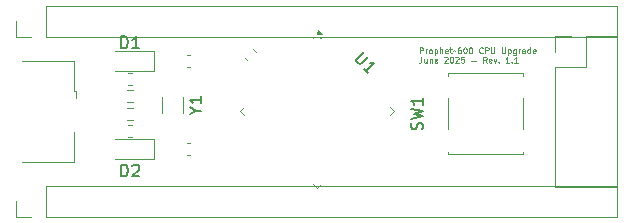
<source format=gbr>
%TF.GenerationSoftware,KiCad,Pcbnew,9.0.2*%
%TF.CreationDate,2025-06-23T15:22:55-04:00*%
%TF.ProjectId,Pro600_CPU_Upgrade,50726f36-3030-45f4-9350-555f55706772,rev?*%
%TF.SameCoordinates,Original*%
%TF.FileFunction,Legend,Top*%
%TF.FilePolarity,Positive*%
%FSLAX46Y46*%
G04 Gerber Fmt 4.6, Leading zero omitted, Abs format (unit mm)*
G04 Created by KiCad (PCBNEW 9.0.2) date 2025-06-23 15:22:55*
%MOMM*%
%LPD*%
G01*
G04 APERTURE LIST*
%ADD10C,0.100000*%
%ADD11C,0.150000*%
%ADD12C,0.120000*%
G04 APERTURE END LIST*
D10*
X84934836Y-29378637D02*
X84934836Y-28878637D01*
X84934836Y-28878637D02*
X85125312Y-28878637D01*
X85125312Y-28878637D02*
X85172931Y-28902447D01*
X85172931Y-28902447D02*
X85196741Y-28926256D01*
X85196741Y-28926256D02*
X85220550Y-28973875D01*
X85220550Y-28973875D02*
X85220550Y-29045304D01*
X85220550Y-29045304D02*
X85196741Y-29092923D01*
X85196741Y-29092923D02*
X85172931Y-29116732D01*
X85172931Y-29116732D02*
X85125312Y-29140542D01*
X85125312Y-29140542D02*
X84934836Y-29140542D01*
X85434836Y-29378637D02*
X85434836Y-29045304D01*
X85434836Y-29140542D02*
X85458646Y-29092923D01*
X85458646Y-29092923D02*
X85482455Y-29069113D01*
X85482455Y-29069113D02*
X85530074Y-29045304D01*
X85530074Y-29045304D02*
X85577693Y-29045304D01*
X85815789Y-29378637D02*
X85768170Y-29354828D01*
X85768170Y-29354828D02*
X85744360Y-29331018D01*
X85744360Y-29331018D02*
X85720551Y-29283399D01*
X85720551Y-29283399D02*
X85720551Y-29140542D01*
X85720551Y-29140542D02*
X85744360Y-29092923D01*
X85744360Y-29092923D02*
X85768170Y-29069113D01*
X85768170Y-29069113D02*
X85815789Y-29045304D01*
X85815789Y-29045304D02*
X85887217Y-29045304D01*
X85887217Y-29045304D02*
X85934836Y-29069113D01*
X85934836Y-29069113D02*
X85958646Y-29092923D01*
X85958646Y-29092923D02*
X85982455Y-29140542D01*
X85982455Y-29140542D02*
X85982455Y-29283399D01*
X85982455Y-29283399D02*
X85958646Y-29331018D01*
X85958646Y-29331018D02*
X85934836Y-29354828D01*
X85934836Y-29354828D02*
X85887217Y-29378637D01*
X85887217Y-29378637D02*
X85815789Y-29378637D01*
X86196741Y-29045304D02*
X86196741Y-29545304D01*
X86196741Y-29069113D02*
X86244360Y-29045304D01*
X86244360Y-29045304D02*
X86339598Y-29045304D01*
X86339598Y-29045304D02*
X86387217Y-29069113D01*
X86387217Y-29069113D02*
X86411027Y-29092923D01*
X86411027Y-29092923D02*
X86434836Y-29140542D01*
X86434836Y-29140542D02*
X86434836Y-29283399D01*
X86434836Y-29283399D02*
X86411027Y-29331018D01*
X86411027Y-29331018D02*
X86387217Y-29354828D01*
X86387217Y-29354828D02*
X86339598Y-29378637D01*
X86339598Y-29378637D02*
X86244360Y-29378637D01*
X86244360Y-29378637D02*
X86196741Y-29354828D01*
X86649122Y-29378637D02*
X86649122Y-28878637D01*
X86863408Y-29378637D02*
X86863408Y-29116732D01*
X86863408Y-29116732D02*
X86839598Y-29069113D01*
X86839598Y-29069113D02*
X86791979Y-29045304D01*
X86791979Y-29045304D02*
X86720551Y-29045304D01*
X86720551Y-29045304D02*
X86672932Y-29069113D01*
X86672932Y-29069113D02*
X86649122Y-29092923D01*
X87291979Y-29354828D02*
X87244360Y-29378637D01*
X87244360Y-29378637D02*
X87149122Y-29378637D01*
X87149122Y-29378637D02*
X87101503Y-29354828D01*
X87101503Y-29354828D02*
X87077694Y-29307208D01*
X87077694Y-29307208D02*
X87077694Y-29116732D01*
X87077694Y-29116732D02*
X87101503Y-29069113D01*
X87101503Y-29069113D02*
X87149122Y-29045304D01*
X87149122Y-29045304D02*
X87244360Y-29045304D01*
X87244360Y-29045304D02*
X87291979Y-29069113D01*
X87291979Y-29069113D02*
X87315789Y-29116732D01*
X87315789Y-29116732D02*
X87315789Y-29164351D01*
X87315789Y-29164351D02*
X87077694Y-29211970D01*
X87458646Y-29045304D02*
X87649122Y-29045304D01*
X87530074Y-28878637D02*
X87530074Y-29307208D01*
X87530074Y-29307208D02*
X87553884Y-29354828D01*
X87553884Y-29354828D02*
X87601503Y-29378637D01*
X87601503Y-29378637D02*
X87649122Y-29378637D01*
X87744360Y-29188161D02*
X87768169Y-29164351D01*
X87768169Y-29164351D02*
X87815788Y-29140542D01*
X87815788Y-29140542D02*
X87911026Y-29188161D01*
X87911026Y-29188161D02*
X87958645Y-29164351D01*
X87958645Y-29164351D02*
X87982455Y-29140542D01*
X88387217Y-28878637D02*
X88291979Y-28878637D01*
X88291979Y-28878637D02*
X88244360Y-28902447D01*
X88244360Y-28902447D02*
X88220550Y-28926256D01*
X88220550Y-28926256D02*
X88172931Y-28997685D01*
X88172931Y-28997685D02*
X88149122Y-29092923D01*
X88149122Y-29092923D02*
X88149122Y-29283399D01*
X88149122Y-29283399D02*
X88172931Y-29331018D01*
X88172931Y-29331018D02*
X88196741Y-29354828D01*
X88196741Y-29354828D02*
X88244360Y-29378637D01*
X88244360Y-29378637D02*
X88339598Y-29378637D01*
X88339598Y-29378637D02*
X88387217Y-29354828D01*
X88387217Y-29354828D02*
X88411026Y-29331018D01*
X88411026Y-29331018D02*
X88434836Y-29283399D01*
X88434836Y-29283399D02*
X88434836Y-29164351D01*
X88434836Y-29164351D02*
X88411026Y-29116732D01*
X88411026Y-29116732D02*
X88387217Y-29092923D01*
X88387217Y-29092923D02*
X88339598Y-29069113D01*
X88339598Y-29069113D02*
X88244360Y-29069113D01*
X88244360Y-29069113D02*
X88196741Y-29092923D01*
X88196741Y-29092923D02*
X88172931Y-29116732D01*
X88172931Y-29116732D02*
X88149122Y-29164351D01*
X88744359Y-28878637D02*
X88791978Y-28878637D01*
X88791978Y-28878637D02*
X88839597Y-28902447D01*
X88839597Y-28902447D02*
X88863407Y-28926256D01*
X88863407Y-28926256D02*
X88887216Y-28973875D01*
X88887216Y-28973875D02*
X88911026Y-29069113D01*
X88911026Y-29069113D02*
X88911026Y-29188161D01*
X88911026Y-29188161D02*
X88887216Y-29283399D01*
X88887216Y-29283399D02*
X88863407Y-29331018D01*
X88863407Y-29331018D02*
X88839597Y-29354828D01*
X88839597Y-29354828D02*
X88791978Y-29378637D01*
X88791978Y-29378637D02*
X88744359Y-29378637D01*
X88744359Y-29378637D02*
X88696740Y-29354828D01*
X88696740Y-29354828D02*
X88672931Y-29331018D01*
X88672931Y-29331018D02*
X88649121Y-29283399D01*
X88649121Y-29283399D02*
X88625312Y-29188161D01*
X88625312Y-29188161D02*
X88625312Y-29069113D01*
X88625312Y-29069113D02*
X88649121Y-28973875D01*
X88649121Y-28973875D02*
X88672931Y-28926256D01*
X88672931Y-28926256D02*
X88696740Y-28902447D01*
X88696740Y-28902447D02*
X88744359Y-28878637D01*
X89220549Y-28878637D02*
X89268168Y-28878637D01*
X89268168Y-28878637D02*
X89315787Y-28902447D01*
X89315787Y-28902447D02*
X89339597Y-28926256D01*
X89339597Y-28926256D02*
X89363406Y-28973875D01*
X89363406Y-28973875D02*
X89387216Y-29069113D01*
X89387216Y-29069113D02*
X89387216Y-29188161D01*
X89387216Y-29188161D02*
X89363406Y-29283399D01*
X89363406Y-29283399D02*
X89339597Y-29331018D01*
X89339597Y-29331018D02*
X89315787Y-29354828D01*
X89315787Y-29354828D02*
X89268168Y-29378637D01*
X89268168Y-29378637D02*
X89220549Y-29378637D01*
X89220549Y-29378637D02*
X89172930Y-29354828D01*
X89172930Y-29354828D02*
X89149121Y-29331018D01*
X89149121Y-29331018D02*
X89125311Y-29283399D01*
X89125311Y-29283399D02*
X89101502Y-29188161D01*
X89101502Y-29188161D02*
X89101502Y-29069113D01*
X89101502Y-29069113D02*
X89125311Y-28973875D01*
X89125311Y-28973875D02*
X89149121Y-28926256D01*
X89149121Y-28926256D02*
X89172930Y-28902447D01*
X89172930Y-28902447D02*
X89220549Y-28878637D01*
X90268167Y-29331018D02*
X90244358Y-29354828D01*
X90244358Y-29354828D02*
X90172929Y-29378637D01*
X90172929Y-29378637D02*
X90125310Y-29378637D01*
X90125310Y-29378637D02*
X90053882Y-29354828D01*
X90053882Y-29354828D02*
X90006263Y-29307208D01*
X90006263Y-29307208D02*
X89982453Y-29259589D01*
X89982453Y-29259589D02*
X89958644Y-29164351D01*
X89958644Y-29164351D02*
X89958644Y-29092923D01*
X89958644Y-29092923D02*
X89982453Y-28997685D01*
X89982453Y-28997685D02*
X90006263Y-28950066D01*
X90006263Y-28950066D02*
X90053882Y-28902447D01*
X90053882Y-28902447D02*
X90125310Y-28878637D01*
X90125310Y-28878637D02*
X90172929Y-28878637D01*
X90172929Y-28878637D02*
X90244358Y-28902447D01*
X90244358Y-28902447D02*
X90268167Y-28926256D01*
X90482453Y-29378637D02*
X90482453Y-28878637D01*
X90482453Y-28878637D02*
X90672929Y-28878637D01*
X90672929Y-28878637D02*
X90720548Y-28902447D01*
X90720548Y-28902447D02*
X90744358Y-28926256D01*
X90744358Y-28926256D02*
X90768167Y-28973875D01*
X90768167Y-28973875D02*
X90768167Y-29045304D01*
X90768167Y-29045304D02*
X90744358Y-29092923D01*
X90744358Y-29092923D02*
X90720548Y-29116732D01*
X90720548Y-29116732D02*
X90672929Y-29140542D01*
X90672929Y-29140542D02*
X90482453Y-29140542D01*
X90982453Y-28878637D02*
X90982453Y-29283399D01*
X90982453Y-29283399D02*
X91006263Y-29331018D01*
X91006263Y-29331018D02*
X91030072Y-29354828D01*
X91030072Y-29354828D02*
X91077691Y-29378637D01*
X91077691Y-29378637D02*
X91172929Y-29378637D01*
X91172929Y-29378637D02*
X91220548Y-29354828D01*
X91220548Y-29354828D02*
X91244358Y-29331018D01*
X91244358Y-29331018D02*
X91268167Y-29283399D01*
X91268167Y-29283399D02*
X91268167Y-28878637D01*
X91887215Y-28878637D02*
X91887215Y-29283399D01*
X91887215Y-29283399D02*
X91911025Y-29331018D01*
X91911025Y-29331018D02*
X91934834Y-29354828D01*
X91934834Y-29354828D02*
X91982453Y-29378637D01*
X91982453Y-29378637D02*
X92077691Y-29378637D01*
X92077691Y-29378637D02*
X92125310Y-29354828D01*
X92125310Y-29354828D02*
X92149120Y-29331018D01*
X92149120Y-29331018D02*
X92172929Y-29283399D01*
X92172929Y-29283399D02*
X92172929Y-28878637D01*
X92411025Y-29045304D02*
X92411025Y-29545304D01*
X92411025Y-29069113D02*
X92458644Y-29045304D01*
X92458644Y-29045304D02*
X92553882Y-29045304D01*
X92553882Y-29045304D02*
X92601501Y-29069113D01*
X92601501Y-29069113D02*
X92625311Y-29092923D01*
X92625311Y-29092923D02*
X92649120Y-29140542D01*
X92649120Y-29140542D02*
X92649120Y-29283399D01*
X92649120Y-29283399D02*
X92625311Y-29331018D01*
X92625311Y-29331018D02*
X92601501Y-29354828D01*
X92601501Y-29354828D02*
X92553882Y-29378637D01*
X92553882Y-29378637D02*
X92458644Y-29378637D01*
X92458644Y-29378637D02*
X92411025Y-29354828D01*
X93077692Y-29045304D02*
X93077692Y-29450066D01*
X93077692Y-29450066D02*
X93053882Y-29497685D01*
X93053882Y-29497685D02*
X93030073Y-29521494D01*
X93030073Y-29521494D02*
X92982454Y-29545304D01*
X92982454Y-29545304D02*
X92911025Y-29545304D01*
X92911025Y-29545304D02*
X92863406Y-29521494D01*
X93077692Y-29354828D02*
X93030073Y-29378637D01*
X93030073Y-29378637D02*
X92934835Y-29378637D01*
X92934835Y-29378637D02*
X92887216Y-29354828D01*
X92887216Y-29354828D02*
X92863406Y-29331018D01*
X92863406Y-29331018D02*
X92839597Y-29283399D01*
X92839597Y-29283399D02*
X92839597Y-29140542D01*
X92839597Y-29140542D02*
X92863406Y-29092923D01*
X92863406Y-29092923D02*
X92887216Y-29069113D01*
X92887216Y-29069113D02*
X92934835Y-29045304D01*
X92934835Y-29045304D02*
X93030073Y-29045304D01*
X93030073Y-29045304D02*
X93077692Y-29069113D01*
X93315787Y-29378637D02*
X93315787Y-29045304D01*
X93315787Y-29140542D02*
X93339597Y-29092923D01*
X93339597Y-29092923D02*
X93363406Y-29069113D01*
X93363406Y-29069113D02*
X93411025Y-29045304D01*
X93411025Y-29045304D02*
X93458644Y-29045304D01*
X93839597Y-29378637D02*
X93839597Y-29116732D01*
X93839597Y-29116732D02*
X93815787Y-29069113D01*
X93815787Y-29069113D02*
X93768168Y-29045304D01*
X93768168Y-29045304D02*
X93672930Y-29045304D01*
X93672930Y-29045304D02*
X93625311Y-29069113D01*
X93839597Y-29354828D02*
X93791978Y-29378637D01*
X93791978Y-29378637D02*
X93672930Y-29378637D01*
X93672930Y-29378637D02*
X93625311Y-29354828D01*
X93625311Y-29354828D02*
X93601502Y-29307208D01*
X93601502Y-29307208D02*
X93601502Y-29259589D01*
X93601502Y-29259589D02*
X93625311Y-29211970D01*
X93625311Y-29211970D02*
X93672930Y-29188161D01*
X93672930Y-29188161D02*
X93791978Y-29188161D01*
X93791978Y-29188161D02*
X93839597Y-29164351D01*
X94291978Y-29378637D02*
X94291978Y-28878637D01*
X94291978Y-29354828D02*
X94244359Y-29378637D01*
X94244359Y-29378637D02*
X94149121Y-29378637D01*
X94149121Y-29378637D02*
X94101502Y-29354828D01*
X94101502Y-29354828D02*
X94077692Y-29331018D01*
X94077692Y-29331018D02*
X94053883Y-29283399D01*
X94053883Y-29283399D02*
X94053883Y-29140542D01*
X94053883Y-29140542D02*
X94077692Y-29092923D01*
X94077692Y-29092923D02*
X94101502Y-29069113D01*
X94101502Y-29069113D02*
X94149121Y-29045304D01*
X94149121Y-29045304D02*
X94244359Y-29045304D01*
X94244359Y-29045304D02*
X94291978Y-29069113D01*
X94720549Y-29354828D02*
X94672930Y-29378637D01*
X94672930Y-29378637D02*
X94577692Y-29378637D01*
X94577692Y-29378637D02*
X94530073Y-29354828D01*
X94530073Y-29354828D02*
X94506264Y-29307208D01*
X94506264Y-29307208D02*
X94506264Y-29116732D01*
X94506264Y-29116732D02*
X94530073Y-29069113D01*
X94530073Y-29069113D02*
X94577692Y-29045304D01*
X94577692Y-29045304D02*
X94672930Y-29045304D01*
X94672930Y-29045304D02*
X94720549Y-29069113D01*
X94720549Y-29069113D02*
X94744359Y-29116732D01*
X94744359Y-29116732D02*
X94744359Y-29164351D01*
X94744359Y-29164351D02*
X94506264Y-29211970D01*
X85077693Y-29683609D02*
X85077693Y-30040752D01*
X85077693Y-30040752D02*
X85053884Y-30112180D01*
X85053884Y-30112180D02*
X85006265Y-30159800D01*
X85006265Y-30159800D02*
X84934836Y-30183609D01*
X84934836Y-30183609D02*
X84887217Y-30183609D01*
X85530074Y-29850276D02*
X85530074Y-30183609D01*
X85315788Y-29850276D02*
X85315788Y-30112180D01*
X85315788Y-30112180D02*
X85339598Y-30159800D01*
X85339598Y-30159800D02*
X85387217Y-30183609D01*
X85387217Y-30183609D02*
X85458645Y-30183609D01*
X85458645Y-30183609D02*
X85506264Y-30159800D01*
X85506264Y-30159800D02*
X85530074Y-30135990D01*
X85768169Y-29850276D02*
X85768169Y-30183609D01*
X85768169Y-29897895D02*
X85791979Y-29874085D01*
X85791979Y-29874085D02*
X85839598Y-29850276D01*
X85839598Y-29850276D02*
X85911026Y-29850276D01*
X85911026Y-29850276D02*
X85958645Y-29874085D01*
X85958645Y-29874085D02*
X85982455Y-29921704D01*
X85982455Y-29921704D02*
X85982455Y-30183609D01*
X86411026Y-30159800D02*
X86363407Y-30183609D01*
X86363407Y-30183609D02*
X86268169Y-30183609D01*
X86268169Y-30183609D02*
X86220550Y-30159800D01*
X86220550Y-30159800D02*
X86196741Y-30112180D01*
X86196741Y-30112180D02*
X86196741Y-29921704D01*
X86196741Y-29921704D02*
X86220550Y-29874085D01*
X86220550Y-29874085D02*
X86268169Y-29850276D01*
X86268169Y-29850276D02*
X86363407Y-29850276D01*
X86363407Y-29850276D02*
X86411026Y-29874085D01*
X86411026Y-29874085D02*
X86434836Y-29921704D01*
X86434836Y-29921704D02*
X86434836Y-29969323D01*
X86434836Y-29969323D02*
X86196741Y-30016942D01*
X87006264Y-29731228D02*
X87030073Y-29707419D01*
X87030073Y-29707419D02*
X87077692Y-29683609D01*
X87077692Y-29683609D02*
X87196740Y-29683609D01*
X87196740Y-29683609D02*
X87244359Y-29707419D01*
X87244359Y-29707419D02*
X87268168Y-29731228D01*
X87268168Y-29731228D02*
X87291978Y-29778847D01*
X87291978Y-29778847D02*
X87291978Y-29826466D01*
X87291978Y-29826466D02*
X87268168Y-29897895D01*
X87268168Y-29897895D02*
X86982454Y-30183609D01*
X86982454Y-30183609D02*
X87291978Y-30183609D01*
X87601501Y-29683609D02*
X87649120Y-29683609D01*
X87649120Y-29683609D02*
X87696739Y-29707419D01*
X87696739Y-29707419D02*
X87720549Y-29731228D01*
X87720549Y-29731228D02*
X87744358Y-29778847D01*
X87744358Y-29778847D02*
X87768168Y-29874085D01*
X87768168Y-29874085D02*
X87768168Y-29993133D01*
X87768168Y-29993133D02*
X87744358Y-30088371D01*
X87744358Y-30088371D02*
X87720549Y-30135990D01*
X87720549Y-30135990D02*
X87696739Y-30159800D01*
X87696739Y-30159800D02*
X87649120Y-30183609D01*
X87649120Y-30183609D02*
X87601501Y-30183609D01*
X87601501Y-30183609D02*
X87553882Y-30159800D01*
X87553882Y-30159800D02*
X87530073Y-30135990D01*
X87530073Y-30135990D02*
X87506263Y-30088371D01*
X87506263Y-30088371D02*
X87482454Y-29993133D01*
X87482454Y-29993133D02*
X87482454Y-29874085D01*
X87482454Y-29874085D02*
X87506263Y-29778847D01*
X87506263Y-29778847D02*
X87530073Y-29731228D01*
X87530073Y-29731228D02*
X87553882Y-29707419D01*
X87553882Y-29707419D02*
X87601501Y-29683609D01*
X87958644Y-29731228D02*
X87982453Y-29707419D01*
X87982453Y-29707419D02*
X88030072Y-29683609D01*
X88030072Y-29683609D02*
X88149120Y-29683609D01*
X88149120Y-29683609D02*
X88196739Y-29707419D01*
X88196739Y-29707419D02*
X88220548Y-29731228D01*
X88220548Y-29731228D02*
X88244358Y-29778847D01*
X88244358Y-29778847D02*
X88244358Y-29826466D01*
X88244358Y-29826466D02*
X88220548Y-29897895D01*
X88220548Y-29897895D02*
X87934834Y-30183609D01*
X87934834Y-30183609D02*
X88244358Y-30183609D01*
X88696738Y-29683609D02*
X88458643Y-29683609D01*
X88458643Y-29683609D02*
X88434834Y-29921704D01*
X88434834Y-29921704D02*
X88458643Y-29897895D01*
X88458643Y-29897895D02*
X88506262Y-29874085D01*
X88506262Y-29874085D02*
X88625310Y-29874085D01*
X88625310Y-29874085D02*
X88672929Y-29897895D01*
X88672929Y-29897895D02*
X88696738Y-29921704D01*
X88696738Y-29921704D02*
X88720548Y-29969323D01*
X88720548Y-29969323D02*
X88720548Y-30088371D01*
X88720548Y-30088371D02*
X88696738Y-30135990D01*
X88696738Y-30135990D02*
X88672929Y-30159800D01*
X88672929Y-30159800D02*
X88625310Y-30183609D01*
X88625310Y-30183609D02*
X88506262Y-30183609D01*
X88506262Y-30183609D02*
X88458643Y-30159800D01*
X88458643Y-30159800D02*
X88434834Y-30135990D01*
X89315785Y-29993133D02*
X89696738Y-29993133D01*
X90601499Y-30183609D02*
X90434833Y-29945514D01*
X90315785Y-30183609D02*
X90315785Y-29683609D01*
X90315785Y-29683609D02*
X90506261Y-29683609D01*
X90506261Y-29683609D02*
X90553880Y-29707419D01*
X90553880Y-29707419D02*
X90577690Y-29731228D01*
X90577690Y-29731228D02*
X90601499Y-29778847D01*
X90601499Y-29778847D02*
X90601499Y-29850276D01*
X90601499Y-29850276D02*
X90577690Y-29897895D01*
X90577690Y-29897895D02*
X90553880Y-29921704D01*
X90553880Y-29921704D02*
X90506261Y-29945514D01*
X90506261Y-29945514D02*
X90315785Y-29945514D01*
X91006261Y-30159800D02*
X90958642Y-30183609D01*
X90958642Y-30183609D02*
X90863404Y-30183609D01*
X90863404Y-30183609D02*
X90815785Y-30159800D01*
X90815785Y-30159800D02*
X90791976Y-30112180D01*
X90791976Y-30112180D02*
X90791976Y-29921704D01*
X90791976Y-29921704D02*
X90815785Y-29874085D01*
X90815785Y-29874085D02*
X90863404Y-29850276D01*
X90863404Y-29850276D02*
X90958642Y-29850276D01*
X90958642Y-29850276D02*
X91006261Y-29874085D01*
X91006261Y-29874085D02*
X91030071Y-29921704D01*
X91030071Y-29921704D02*
X91030071Y-29969323D01*
X91030071Y-29969323D02*
X90791976Y-30016942D01*
X91196737Y-29850276D02*
X91315785Y-30183609D01*
X91315785Y-30183609D02*
X91434832Y-29850276D01*
X91625308Y-30135990D02*
X91649118Y-30159800D01*
X91649118Y-30159800D02*
X91625308Y-30183609D01*
X91625308Y-30183609D02*
X91601499Y-30159800D01*
X91601499Y-30159800D02*
X91625308Y-30135990D01*
X91625308Y-30135990D02*
X91625308Y-30183609D01*
X92506260Y-30183609D02*
X92220546Y-30183609D01*
X92363403Y-30183609D02*
X92363403Y-29683609D01*
X92363403Y-29683609D02*
X92315784Y-29755038D01*
X92315784Y-29755038D02*
X92268165Y-29802657D01*
X92268165Y-29802657D02*
X92220546Y-29826466D01*
X92720545Y-30135990D02*
X92744355Y-30159800D01*
X92744355Y-30159800D02*
X92720545Y-30183609D01*
X92720545Y-30183609D02*
X92696736Y-30159800D01*
X92696736Y-30159800D02*
X92720545Y-30135990D01*
X92720545Y-30135990D02*
X92720545Y-30183609D01*
X93220545Y-30183609D02*
X92934831Y-30183609D01*
X93077688Y-30183609D02*
X93077688Y-29683609D01*
X93077688Y-29683609D02*
X93030069Y-29755038D01*
X93030069Y-29755038D02*
X92982450Y-29802657D01*
X92982450Y-29802657D02*
X92934831Y-29826466D01*
D11*
X65978629Y-34226190D02*
X66454820Y-34226190D01*
X65454820Y-34559523D02*
X65978629Y-34226190D01*
X65978629Y-34226190D02*
X65454820Y-33892857D01*
X66454820Y-33035714D02*
X66454820Y-33607142D01*
X66454820Y-33321428D02*
X65454820Y-33321428D01*
X65454820Y-33321428D02*
X65597677Y-33416666D01*
X65597677Y-33416666D02*
X65692915Y-33511904D01*
X65692915Y-33511904D02*
X65740534Y-33607142D01*
X85157200Y-35833332D02*
X85204819Y-35690475D01*
X85204819Y-35690475D02*
X85204819Y-35452380D01*
X85204819Y-35452380D02*
X85157200Y-35357142D01*
X85157200Y-35357142D02*
X85109580Y-35309523D01*
X85109580Y-35309523D02*
X85014342Y-35261904D01*
X85014342Y-35261904D02*
X84919104Y-35261904D01*
X84919104Y-35261904D02*
X84823866Y-35309523D01*
X84823866Y-35309523D02*
X84776247Y-35357142D01*
X84776247Y-35357142D02*
X84728628Y-35452380D01*
X84728628Y-35452380D02*
X84681009Y-35642856D01*
X84681009Y-35642856D02*
X84633390Y-35738094D01*
X84633390Y-35738094D02*
X84585771Y-35785713D01*
X84585771Y-35785713D02*
X84490533Y-35833332D01*
X84490533Y-35833332D02*
X84395295Y-35833332D01*
X84395295Y-35833332D02*
X84300057Y-35785713D01*
X84300057Y-35785713D02*
X84252438Y-35738094D01*
X84252438Y-35738094D02*
X84204819Y-35642856D01*
X84204819Y-35642856D02*
X84204819Y-35404761D01*
X84204819Y-35404761D02*
X84252438Y-35261904D01*
X84204819Y-34928570D02*
X85204819Y-34690475D01*
X85204819Y-34690475D02*
X84490533Y-34499999D01*
X84490533Y-34499999D02*
X85204819Y-34309523D01*
X85204819Y-34309523D02*
X84204819Y-34071428D01*
X85204819Y-33166666D02*
X85204819Y-33738094D01*
X85204819Y-33452380D02*
X84204819Y-33452380D01*
X84204819Y-33452380D02*
X84347676Y-33547618D01*
X84347676Y-33547618D02*
X84442914Y-33642856D01*
X84442914Y-33642856D02*
X84490533Y-33738094D01*
X59658905Y-39804819D02*
X59658905Y-38804819D01*
X59658905Y-38804819D02*
X59897000Y-38804819D01*
X59897000Y-38804819D02*
X60039857Y-38852438D01*
X60039857Y-38852438D02*
X60135095Y-38947676D01*
X60135095Y-38947676D02*
X60182714Y-39042914D01*
X60182714Y-39042914D02*
X60230333Y-39233390D01*
X60230333Y-39233390D02*
X60230333Y-39376247D01*
X60230333Y-39376247D02*
X60182714Y-39566723D01*
X60182714Y-39566723D02*
X60135095Y-39661961D01*
X60135095Y-39661961D02*
X60039857Y-39757200D01*
X60039857Y-39757200D02*
X59897000Y-39804819D01*
X59897000Y-39804819D02*
X59658905Y-39804819D01*
X60611286Y-38900057D02*
X60658905Y-38852438D01*
X60658905Y-38852438D02*
X60754143Y-38804819D01*
X60754143Y-38804819D02*
X60992238Y-38804819D01*
X60992238Y-38804819D02*
X61087476Y-38852438D01*
X61087476Y-38852438D02*
X61135095Y-38900057D01*
X61135095Y-38900057D02*
X61182714Y-38995295D01*
X61182714Y-38995295D02*
X61182714Y-39090533D01*
X61182714Y-39090533D02*
X61135095Y-39233390D01*
X61135095Y-39233390D02*
X60563667Y-39804819D01*
X60563667Y-39804819D02*
X61182714Y-39804819D01*
X80185043Y-29267460D02*
X79612623Y-29839880D01*
X79612623Y-29839880D02*
X79578951Y-29940895D01*
X79578951Y-29940895D02*
X79578951Y-30008239D01*
X79578951Y-30008239D02*
X79612623Y-30109254D01*
X79612623Y-30109254D02*
X79747310Y-30243941D01*
X79747310Y-30243941D02*
X79848325Y-30277613D01*
X79848325Y-30277613D02*
X79915669Y-30277613D01*
X79915669Y-30277613D02*
X80016684Y-30243941D01*
X80016684Y-30243941D02*
X80589104Y-29671521D01*
X80589104Y-31085735D02*
X80185043Y-30681674D01*
X80387073Y-30883704D02*
X81094180Y-30176598D01*
X81094180Y-30176598D02*
X80925821Y-30210269D01*
X80925821Y-30210269D02*
X80791134Y-30210269D01*
X80791134Y-30210269D02*
X80690119Y-30176598D01*
X59658905Y-28954819D02*
X59658905Y-27954819D01*
X59658905Y-27954819D02*
X59897000Y-27954819D01*
X59897000Y-27954819D02*
X60039857Y-28002438D01*
X60039857Y-28002438D02*
X60135095Y-28097676D01*
X60135095Y-28097676D02*
X60182714Y-28192914D01*
X60182714Y-28192914D02*
X60230333Y-28383390D01*
X60230333Y-28383390D02*
X60230333Y-28526247D01*
X60230333Y-28526247D02*
X60182714Y-28716723D01*
X60182714Y-28716723D02*
X60135095Y-28811961D01*
X60135095Y-28811961D02*
X60039857Y-28907200D01*
X60039857Y-28907200D02*
X59897000Y-28954819D01*
X59897000Y-28954819D02*
X59658905Y-28954819D01*
X61182714Y-28954819D02*
X60611286Y-28954819D01*
X60897000Y-28954819D02*
X60897000Y-27954819D01*
X60897000Y-27954819D02*
X60801762Y-28097676D01*
X60801762Y-28097676D02*
X60706524Y-28192914D01*
X60706524Y-28192914D02*
X60611286Y-28240533D01*
D12*
%TO.C,J5*%
X55860000Y-33200000D02*
X55860000Y-32540001D01*
X55660000Y-38560000D02*
X51300000Y-38559999D01*
X55660000Y-36060000D02*
X55660000Y-38560000D01*
X55660000Y-32540000D02*
X55860000Y-32540001D01*
X55660000Y-30040000D02*
X55660000Y-32540000D01*
X55660000Y-30040000D02*
X51300000Y-30040001D01*
%TO.C,J4*%
X96420000Y-27920000D02*
X97750000Y-27920000D01*
X96420000Y-29250000D02*
X96420000Y-27920000D01*
X96420000Y-30520001D02*
X96420000Y-40740000D01*
X96420000Y-30520001D02*
X99020000Y-30520000D01*
X96420000Y-40740000D02*
X101620000Y-40740000D01*
X99020000Y-30520000D02*
X99020001Y-27920000D01*
X99020001Y-27920000D02*
X101620000Y-27920000D01*
X101620000Y-27920000D02*
X101620000Y-40740000D01*
%TO.C,R3*%
X60142276Y-33977500D02*
X60651724Y-33977500D01*
X60142276Y-35022500D02*
X60651724Y-35022500D01*
%TO.C,Y1*%
X63125000Y-33074999D02*
X63125000Y-34425001D01*
X64875000Y-33074999D02*
X64875000Y-34425001D01*
%TO.C,SW1*%
X87350000Y-31050000D02*
X93650000Y-31050000D01*
X87350000Y-31300000D02*
X87350000Y-31050000D01*
X87350000Y-35800000D02*
X87350000Y-33200000D01*
X87350000Y-37950000D02*
X87350000Y-37700000D01*
X93650000Y-31050000D02*
X93650000Y-31300000D01*
X93650000Y-33200000D02*
X93650000Y-35800000D01*
X93650000Y-37700000D02*
X93650000Y-37950000D01*
X93650000Y-37950000D02*
X87350000Y-37950000D01*
%TO.C,J3*%
X50740000Y-28000000D02*
X50740000Y-26670000D01*
X52070000Y-28000000D02*
X50740000Y-28000000D01*
X53340000Y-25340000D02*
X101660000Y-25340000D01*
X53340000Y-28000000D02*
X53340000Y-25340000D01*
X53340000Y-28000000D02*
X101660000Y-28000000D01*
X101660000Y-28000000D02*
X101660000Y-25340000D01*
%TO.C,D2*%
X62407000Y-36650000D02*
X59147000Y-36650000D01*
X62407000Y-38350000D02*
X59147000Y-38350000D01*
X62407000Y-38350000D02*
X62407000Y-36650000D01*
%TO.C,U1*%
X69710475Y-34300000D02*
X70046351Y-33964124D01*
X70046351Y-34635876D02*
X69710475Y-34300000D01*
X75894124Y-28116351D02*
X76060294Y-27950181D01*
X75894124Y-40483649D02*
X76230000Y-40819525D01*
X76230000Y-40819525D02*
X76565876Y-40483649D01*
X76565876Y-28116351D02*
X76442132Y-27992608D01*
X82413649Y-33964124D02*
X82749525Y-34300000D01*
X82749525Y-34300000D02*
X82413649Y-34635876D01*
X76633051Y-27716836D02*
X76230000Y-27780475D01*
X76293640Y-27377425D01*
X76633051Y-27716836D01*
G36*
X76633051Y-27716836D02*
G01*
X76230000Y-27780475D01*
X76293640Y-27377425D01*
X76633051Y-27716836D01*
G37*
%TO.C,C9*%
X70126069Y-29747318D02*
X70332922Y-29954171D01*
X70847318Y-29026069D02*
X71054171Y-29232922D01*
%TO.C,C2*%
X65508768Y-29490000D02*
X65216234Y-29490000D01*
X65508768Y-30510000D02*
X65216234Y-30510000D01*
%TO.C,C4*%
X60250733Y-35490000D02*
X60543267Y-35490000D01*
X60250733Y-36510000D02*
X60543267Y-36510000D01*
%TO.C,D1*%
X62407000Y-29150000D02*
X59147000Y-29150000D01*
X62407000Y-30850000D02*
X59147000Y-30850000D01*
X62407000Y-30850000D02*
X62407000Y-29150000D01*
%TO.C,C3*%
X60250733Y-31043000D02*
X60543267Y-31043000D01*
X60250733Y-32063000D02*
X60543267Y-32063000D01*
%TO.C,J2*%
X50740000Y-43240000D02*
X50740000Y-41910000D01*
X52070000Y-43240000D02*
X50740000Y-43240000D01*
X53340000Y-40580000D02*
X101660000Y-40580000D01*
X53340000Y-43240000D02*
X53340000Y-40580000D01*
X53340000Y-43240000D02*
X101660000Y-43240000D01*
X101660000Y-43240000D02*
X101660000Y-40580000D01*
%TO.C,R4*%
X60142276Y-32477500D02*
X60651724Y-32477500D01*
X60142276Y-33522500D02*
X60651724Y-33522500D01*
%TO.C,C1*%
X65508768Y-36990000D02*
X65216234Y-36990000D01*
X65508768Y-38010000D02*
X65216234Y-38010000D01*
%TD*%
M02*

</source>
